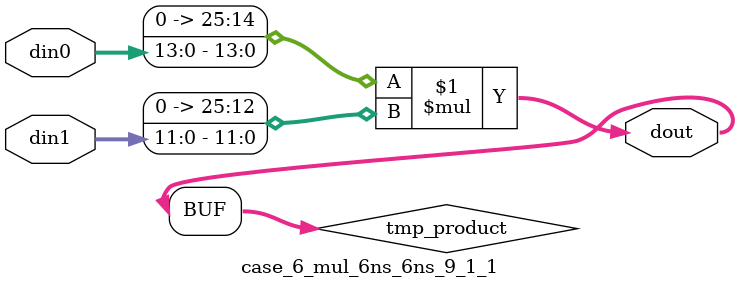
<source format=v>

`timescale 1 ns / 1 ps

 (* use_dsp = "no" *)  module case_6_mul_6ns_6ns_9_1_1(din0, din1, dout);
parameter ID = 1;
parameter NUM_STAGE = 0;
parameter din0_WIDTH = 14;
parameter din1_WIDTH = 12;
parameter dout_WIDTH = 26;

input [din0_WIDTH - 1 : 0] din0; 
input [din1_WIDTH - 1 : 0] din1; 
output [dout_WIDTH - 1 : 0] dout;

wire signed [dout_WIDTH - 1 : 0] tmp_product;
























assign tmp_product = $signed({1'b0, din0}) * $signed({1'b0, din1});











assign dout = tmp_product;





















endmodule

</source>
